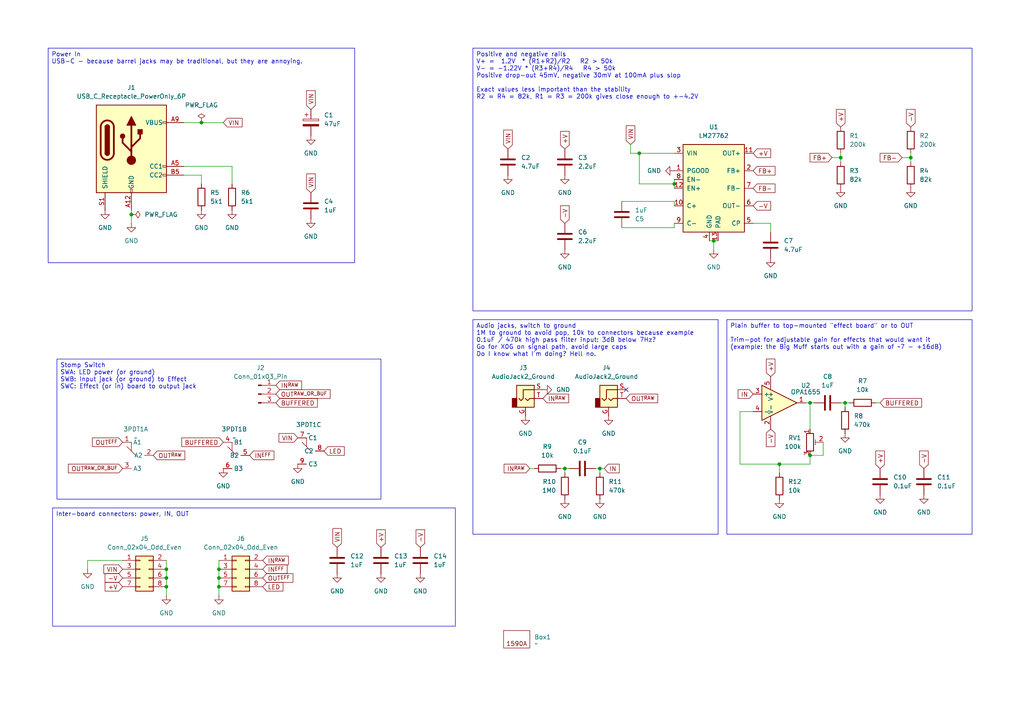
<source format=kicad_sch>
(kicad_sch (version 20231120) (generator "eeschema") (generator_version "8.0")
  (paper "A4")
  (title_block (title "Base board with USB-C in and LDO power rails") (date "2025-02-28") (rev "v1.0"))
  (lib_symbols
    (symbol "Connector:Conn_01x03_Pin" (pin_names (offset 1.016) hide)
      (property "Reference" "J" (at 0 5.08 0))
      (property "Value" "Conn_01x03_Pin" (at 0 -5.08 0))
      (symbol "Conn_01x03_Pin_1_1"
        (polyline (pts (xy 1.27 -2.54) (xy 0.8636 -2.54)) (stroke (width 0.1524)))
        (polyline (pts (xy 1.27 0) (xy 0.8636 0)) (stroke (width 0.1524)))
        (polyline (pts (xy 1.27 2.54) (xy 0.8636 2.54)) (stroke (width 0.1524)))
        (rectangle (start 0.8636 -2.413) (end 0 -2.667) (stroke (width 0.1524)) (fill (type outline)))
        (rectangle (start 0.8636 0.127) (end 0 -0.127) (stroke (width 0.1524)) (fill (type outline)))
        (rectangle (start 0.8636 2.667) (end 0 2.413) (stroke (width 0.1524)) (fill (type outline)))
        (pin passive line (at 5.08 2.54 180) (length 3.81) (name "Pin_1") (number "1"))
        (pin passive line (at 5.08 0 180) (length 3.81) (name "Pin_2") (number "2"))
        (pin passive line (at 5.08 -2.54 180) (length 3.81) (name "Pin_3") (number "3"))
      )
    )
    (symbol "Connector:USB_C_Receptacle_PowerOnly_6P" (pin_names (offset 1.016))
      (property "Reference" "J" (at 0 16.51 0))
      (property "Value" "USB_C_Receptacle_PowerOnly_6P" (at 0 13.97 0))
      (symbol "USB_C_Receptacle_PowerOnly_6P_0_0"
        (rectangle (start -0.254 -12.7) (end 0.254 -11.684))
        (rectangle (start 10.16 -7.366) (end 9.144 -7.874))
        (rectangle (start 10.16 -4.826) (end 9.144 -5.334))
        (rectangle (start 10.16 7.874) (end 9.144 7.366))
      )
      (symbol "USB_C_Receptacle_PowerOnly_6P_0_1"
        (rectangle (start -10.16 12.7) (end 10.16 -12.7) (stroke (width 0.254)) (fill (type background)))
        (arc (start -8.89 -1.27) (mid -6.985 -3.1667) (end -5.08 -1.27) (stroke (width 0.508)))
        (arc (start -7.62 -1.27) (mid -6.985 -1.9023) (end -6.35 -1.27) (stroke (width 0.254)))
        (arc (start -7.62 -1.27) (mid -6.985 -1.9023) (end -6.35 -1.27) (stroke (width 0.254)) (fill (type outline)))
        (rectangle (start -7.62 -1.27) (end -6.35 6.35) (stroke (width 0.254)) (fill (type outline)))
        (arc (start -6.35 6.35) (mid -6.985 6.9823) (end -7.62 6.35) (stroke (width 0.254)))
        (arc (start -6.35 6.35) (mid -6.985 6.9823) (end -7.62 6.35) (stroke (width 0.254)) (fill (type outline)))
        (arc (start -5.08 6.35) (mid -6.985 8.2467) (end -8.89 6.35) (stroke (width 0.508)))
        (circle (center -2.54 3.683) (radius 0.635) (stroke (width 0.254)) (fill (type outline)))
        (circle (center 0 -3.302) (radius 1.27) (fill (type outline)))
        (polyline (pts (xy -8.89 -1.27) (xy -8.89 6.35)) (stroke (width 0.508)))
        (polyline (pts (xy -5.08 6.35) (xy -5.08 -1.27)) (stroke (width 0.508)))
        (polyline (pts (xy 0 -3.302) (xy 0 6.858)) (stroke (width 0.508)))
        (polyline (pts (xy 0 -0.762) (xy -2.54 1.778) (xy -2.54 3.048)) (stroke (width 0.508)))
        (polyline (pts (xy 0 0.508) (xy 2.54 3.048) (xy 2.54 4.318)) (stroke (width 0.508)))
        (polyline (pts (xy -1.27 6.858) (xy 0 9.398) (xy 1.27 6.858) (xy -1.27 6.858)) (stroke (width 0.254)) (fill (type outline)))
        (rectangle (start 1.905 4.318) (end 3.175 5.588) (stroke (width 0.254)) (fill (type outline)))
      )
      (symbol "USB_C_Receptacle_PowerOnly_6P_1_1"
        (pin passive line (at 0 -17.78 90) (length 5.08) (name "GND") (number "A12"))
        (pin bidirectional line (at 15.24 -5.08 180) (length 5.08) (name "CC1") (number "A5"))
        (pin passive line (at 15.24 7.62 180) (length 5.08) (name "VBUS") (number "A9"))
        (pin passive line (at 0 -17.78 90) (length 5.08) hide (name "GND") (number "B12"))
        (pin bidirectional line (at 15.24 -7.62 180) (length 5.08) (name "CC2") (number "B5"))
        (pin passive line (at 15.24 7.62 180) (length 5.08) hide (name "VBUS") (number "B9"))
        (pin passive line (at -7.62 -17.78 90) (length 5.08) (name "SHIELD") (number "S1"))
      )
    )
    (symbol "Connector_Audio:AudioJack2_Ground"
      (property "Reference" "J" (at 0 8.89 0))
      (property "Value" "AudioJack2_Ground" (at 0 6.35 0))
      (symbol "AudioJack2_Ground_0_1"
        (rectangle (start -2.54 -2.54) (end -3.81 0) (stroke (width 0.254)) (fill (type outline)))
        (polyline (pts (xy 0 0) (xy 0.635 -0.635) (xy 1.27 0) (xy 2.54 0)) (stroke (width 0.254)))
        (polyline (pts (xy 2.54 2.54) (xy -0.635 2.54) (xy -0.635 0) (xy -1.27 -0.635) (xy -1.905 0)) (stroke (width 0.254)))
        (rectangle (start 2.54 3.81) (end -2.54 -2.54) (stroke (width 0.254)) (fill (type background)))
      )
      (symbol "AudioJack2_Ground_1_1"
        (pin passive line (at 0 -5.08 90) (length 2.54) (name "~") (number "G"))
        (pin passive line (at 5.08 2.54 180) (length 2.54) (name "~") (number "S"))
        (pin passive line (at 5.08 0 180) (length 2.54) (name "~") (number "T"))
      )
    )
    (symbol "Connector_Generic:Conn_02x04_Odd_Even" (pin_names (offset 1.016) hide)
      (property "Reference" "J" (at 1.27 5.08 0))
      (property "Value" "Conn_02x04_Odd_Even" (at 1.27 -7.62 0))
      (symbol "Conn_02x04_Odd_Even_1_1"
        (rectangle (start -1.27 -4.953) (end 0 -5.207) (stroke (width 0.1524)))
        (rectangle (start -1.27 -2.413) (end 0 -2.667) (stroke (width 0.1524)))
        (rectangle (start -1.27 0.127) (end 0 -0.127) (stroke (width 0.1524)))
        (rectangle (start -1.27 2.667) (end 0 2.413) (stroke (width 0.1524)))
        (rectangle (start -1.27 3.81) (end 3.81 -6.35) (stroke (width 0.254)) (fill (type background)))
        (rectangle (start 3.81 -4.953) (end 2.54 -5.207) (stroke (width 0.1524)))
        (rectangle (start 3.81 -2.413) (end 2.54 -2.667) (stroke (width 0.1524)))
        (rectangle (start 3.81 0.127) (end 2.54 -0.127) (stroke (width 0.1524)))
        (rectangle (start 3.81 2.667) (end 2.54 2.413) (stroke (width 0.1524)))
        (pin passive line (at -5.08 2.54 0) (length 3.81) (name "Pin_1") (number "1"))
        (pin passive line (at 7.62 2.54 180) (length 3.81) (name "Pin_2") (number "2"))
        (pin passive line (at -5.08 0 0) (length 3.81) (name "Pin_3") (number "3"))
        (pin passive line (at 7.62 0 180) (length 3.81) (name "Pin_4") (number "4"))
        (pin passive line (at -5.08 -2.54 0) (length 3.81) (name "Pin_5") (number "5"))
        (pin passive line (at 7.62 -2.54 180) (length 3.81) (name "Pin_6") (number "6"))
        (pin passive line (at -5.08 -5.08 0) (length 3.81) (name "Pin_7") (number "7"))
        (pin passive line (at 7.62 -5.08 180) (length 3.81) (name "Pin_8") (number "8"))
      )
    )
    (symbol "Device:C" (pin_numbers hide) (pin_names (offset 0.254))
      (property "Reference" "C" (at 0.635 2.54 0))
      (property "Value" "C" (at 0.635 -2.54 0))
      (symbol "C_0_1"
        (polyline (pts (xy -2.032 -0.762) (xy 2.032 -0.762)) (stroke (width 0.508)))
        (polyline (pts (xy -2.032 0.762) (xy 2.032 0.762)) (stroke (width 0.508)))
      )
      (symbol "C_1_1"
        (pin passive line (at 0 3.81 270) (length 2.794) (name "~") (number "1"))
        (pin passive line (at 0 -3.81 90) (length 2.794) (name "~") (number "2"))
      )
    )
    (symbol "Device:C_Polarized" (pin_numbers hide) (pin_names (offset 0.254))
      (property "Reference" "C" (at 0.635 2.54 0))
      (property "Value" "C_Polarized" (at 0.635 -2.54 0))
      (symbol "C_Polarized_0_1"
        (rectangle (start -2.286 0.508) (end 2.286 1.016))
        (polyline (pts (xy -1.778 2.286) (xy -0.762 2.286)))
        (polyline (pts (xy -1.27 2.794) (xy -1.27 1.778)))
        (rectangle (start 2.286 -0.508) (end -2.286 -1.016) (fill (type outline)))
      )
      (symbol "C_Polarized_1_1"
        (pin passive line (at 0 3.81 270) (length 2.794) (name "~") (number "1"))
        (pin passive line (at 0 -3.81 90) (length 2.794) (name "~") (number "2"))
      )
    )
    (symbol "Device:R" (pin_numbers hide) (pin_names (offset 0))
      (property "Reference" "R" (at 2.032 0 90))
      (property "Value" "R" (at 0 0 90))
      (symbol "R_0_1"
        (rectangle (start -1.016 -2.54) (end 1.016 2.54) (stroke (width 0.254)))
      )
      (symbol "R_1_1"
        (pin passive line (at 0 3.81 270) (length 1.27) (name "~") (number "1"))
        (pin passive line (at 0 -3.81 90) (length 1.27) (name "~") (number "2"))
      )
    )
    (symbol "Device:R_Potentiometer_Trim" (pin_names (offset 1.016) hide)
      (property "Reference" "RV" (at -4.445 0 90))
      (property "Value" "R_Potentiometer_Trim" (at -2.54 0 90))
      (symbol "R_Potentiometer_Trim_0_1"
        (polyline (pts (xy 1.524 0.762) (xy 1.524 -0.762)))
        (polyline (pts (xy 2.54 0) (xy 1.524 0)))
        (rectangle (start 1.016 2.54) (end -1.016 -2.54) (stroke (width 0.254)))
      )
      (symbol "R_Potentiometer_Trim_1_1"
        (pin passive line (at 0 3.81 270) (length 1.27) (name "1") (number "1"))
        (pin passive line (at 3.81 0 180) (length 1.27) (name "2") (number "2"))
        (pin passive line (at 0 -3.81 90) (length 1.27) (name "3") (number "3"))
      )
    )
    (symbol "Mylib:3PDT"
      (property "Reference" "3PDT" (at 0 0 0))
      (symbol "3PDT_0_1"
        (polyline (pts (xy 0 -3.81) (xy 0 -6.35)))
        (polyline (pts (xy 1.27 -7.62) (xy -1.27 -5.08)))
      )
      (symbol "3PDT_1_1"
        (pin passive line (at -2.54 -3.81 0) (length 2.54) (name "A1") (number "1"))
        (pin passive line (at 6.35 -7.62 180) (length 2.54) (name "A2") (number "2"))
        (pin passive line (at -2.54 -11.43 0) (length 2.54) (name "A3") (number "3"))
      )
      (symbol "3PDT_2_1"
        (pin passive line (at -2.54 -3.81 0) (length 2.54) (name "B1") (number "4"))
        (pin passive line (at 5.08 -7.62 180) (length 2.54) (name "B2") (number "5"))
        (pin passive line (at -2.54 -11.43 0) (length 2.54) (name "B3") (number "6"))
      )
      (symbol "3PDT_3_1"
        (pin passive line (at -2.54 -3.81 0) (length 2.54) (name "C1") (number "7"))
        (pin passive line (at 5.08 -7.62 180) (length 2.54) (name "C2") (number "8"))
        (pin passive line (at -2.54 -11.43 0) (length 2.54) (name "C3") (number "9"))
      )
    )
    (symbol "Mylib:Enclosure_1590A"
      (property "Reference" "Box" (at 0 0 0))
      (symbol "Enclosure_1590A_0_1"
        (rectangle (start -3.81 1.27) (end 3.81 -3.81))
      )
      (symbol "Enclosure_1590A_1_1"
        (text "1590A" (at 0 -2.54 0) (effects (font (size 1.27 1.27))))
      )
    )
    (symbol "Mylib:OPA1655DVB"
      (property "Reference" "U" (at -6.35 6.35 0))
      (symbol "OPA1655DVB_0_1"
        (polyline (pts (xy 0 5.08) (xy 10.16 0) (xy 0 -5.08) (xy 0 5.08)) (stroke (width 0.254)) (fill (type background)))
        (pin power_in line (at 2.54 -7.62 90) (length 3.81) (name "V-") (number "2"))
        (pin power_in line (at 2.54 7.62 270) (length 3.81) (name "V+") (number "5"))
      )
      (symbol "OPA1655DVB_1_1"
        (pin output line (at 12.7 0 180) (length 2.54) (name "~") (number "1"))
        (pin input line (at -2.54 2.54 0) (length 2.54) (name "+") (number "3"))
        (pin input line (at -2.54 -2.54 0) (length 2.54) (name "-") (number "4"))
      )
    )
    (symbol "Regulator_SwitchedCapacitor:LM27762" (pin_names (offset 1.016))
      (property "Reference" "U" (at -6.604 8.89 0))
      (property "Value" "LM27762" (at 6.096 8.89 0))
      (symbol "LM27762_0_1"
        (rectangle (start -7.62 7.62) (end 10.16 -17.78) (stroke (width 0.254)) (fill (type background)))
      )
      (symbol "LM27762_1_1"
        (pin open_collector line (at -10.16 0 0) (length 2.54) (name "PGOOD") (number "1"))
        (pin passive line (at -10.16 -10.16 0) (length 2.54) (name "C+") (number "10"))
        (pin power_out line (at 12.7 5.08 180) (length 2.54) (name "OUT+") (number "11"))
        (pin input line (at -10.16 -5.08 0) (length 2.54) (name "EN+") (number "12"))
        (pin power_in line (at 2.54 -20.32 90) (length 2.54) (name "PAD") (number "13"))
        (pin input line (at 12.7 0 180) (length 2.54) (name "FB+") (number "2"))
        (pin power_in line (at -10.16 5.08 0) (length 2.54) (name "VIN") (number "3"))
        (pin power_in line (at 0 -20.32 90) (length 2.54) (name "GND") (number "4"))
        (pin passive line (at 12.7 -15.24 180) (length 2.54) (name "CP") (number "5"))
        (pin power_out line (at 12.7 -10.16 180) (length 2.54) (name "OUT-") (number "6"))
        (pin input line (at 12.7 -5.08 180) (length 2.54) (name "FB-") (number "7"))
        (pin input line (at -10.16 -2.54 0) (length 2.54) (name "EN-") (number "8"))
        (pin passive line (at -10.16 -15.24 0) (length 2.54) (name "C-") (number "9"))
      )
    )
    (symbol "power:GND" (power) (pin_numbers hide) (pin_names (offset 0) hide)
      (property "Value" "GND" (at 0 -3.81 0))
      (symbol "GND_0_1"
        (polyline (pts (xy 0 0) (xy 0 -1.27) (xy 1.27 -1.27) (xy 0 -2.54) (xy -1.27 -1.27) (xy 0 -1.27)))
      )
      (symbol "GND_1_1"
        (pin power_in line (at 0 0 270) (length 0) (name "~") (number "1"))
      )
    )
    (symbol "power:PWR_FLAG" (power) (pin_numbers hide) (pin_names (offset 0) hide)
      (property "Value" "PWR_FLAG" (at 0 3.81 0))
      (symbol "PWR_FLAG_0_0"
        (pin power_out line (at 0 0 90) (length 0) (name "~") (number "1"))
      )
      (symbol "PWR_FLAG_0_1"
        (polyline (pts (xy 0 0) (xy 0 1.27) (xy -1.016 1.905) (xy 0 2.54) (xy 1.016 1.905) (xy 0 1.27)))
      )
    )
  )
  (junction (at 63.5 167.64))
  (junction (at 58.42 35.56))
  (junction (at 234.95 116.84))
  (junction (at 207.01 69.85))
  (junction (at 243.84 45.72))
  (junction (at 38.1 62.23))
  (junction (at 185.42 44.45))
  (junction (at 48.26 167.64))
  (junction (at 48.26 165.1))
  (junction (at 63.5 165.1))
  (junction (at 264.16 45.72))
  (junction (at 48.26 170.18))
  (junction (at 245.11 116.84))
  (junction (at 234.95 132.08))
  (junction (at 63.5 170.18))
  (junction (at 173.99 135.89))
  (junction (at 226.06 134.62))
  (junction (at 163.83 135.89))
  (junction (at 195.58 53.34))
  (no_connect (at 181.61 113.03))
  (wire (pts (xy 234.95 116.84) (xy 234.95 124.46)))
  (wire (pts (xy 48.26 170.18) (xy 48.26 172.72)))
  (wire (pts (xy 264.16 45.72) (xy 264.16 46.99)))
  (wire (pts (xy 238.76 132.08) (xy 234.95 132.08)))
  (wire (pts (xy 207.01 69.85) (xy 207.01 72.39)))
  (wire (pts (xy 254 116.84) (xy 255.27 116.84)))
  (wire (pts (xy 35.56 162.56) (xy 25.4 162.56)))
  (wire (pts (xy 67.31 48.26) (xy 67.31 53.34)))
  (wire (pts (xy 163.83 135.89) (xy 163.83 137.16)))
  (wire (pts (xy 185.42 53.34) (xy 185.42 44.45)))
  (wire (pts (xy 173.99 135.89) (xy 175.26 135.89)))
  (wire (pts (xy 261.62 45.72) (xy 264.16 45.72)))
  (wire (pts (xy 214.63 134.62) (xy 214.63 119.38)))
  (wire (pts (xy 226.06 134.62) (xy 234.95 134.62)))
  (wire (pts (xy 63.5 162.56) (xy 63.5 165.1)))
  (wire (pts (xy 163.83 135.89) (xy 165.1 135.89)))
  (wire (pts (xy 214.63 134.62) (xy 226.06 134.62)))
  (wire (pts (xy 207.01 69.85) (xy 208.28 69.85)))
  (wire (pts (xy 233.68 116.84) (xy 234.95 116.84)))
  (wire (pts (xy 195.58 58.42) (xy 195.58 59.69)))
  (wire (pts (xy 38.1 62.23) (xy 38.1 60.96)))
  (wire (pts (xy 238.76 128.27) (xy 238.76 132.08)))
  (wire (pts (xy 63.5 165.1) (xy 63.5 167.64)))
  (wire (pts (xy 173.99 135.89) (xy 173.99 137.16)))
  (wire (pts (xy 182.88 41.91) (xy 182.88 44.45)))
  (wire (pts (xy 53.34 50.8) (xy 58.42 50.8)))
  (wire (pts (xy 243.84 45.72) (xy 243.84 46.99)))
  (wire (pts (xy 58.42 50.8) (xy 58.42 53.34)))
  (wire (pts (xy 48.26 167.64) (xy 48.26 170.18)))
  (wire (pts (xy 58.42 35.56) (xy 53.34 35.56)))
  (wire (pts (xy 153.67 135.89) (xy 154.94 135.89)))
  (wire (pts (xy 218.44 64.77) (xy 223.52 64.77)))
  (wire (pts (xy 223.52 64.77) (xy 223.52 67.31)))
  (wire (pts (xy 195.58 66.04) (xy 195.58 64.77)))
  (wire (pts (xy 234.95 132.08) (xy 234.95 134.62)))
  (wire (pts (xy 195.58 53.34) (xy 195.58 54.61)))
  (wire (pts (xy 25.4 162.56) (xy 25.4 165.1)))
  (wire (pts (xy 234.95 116.84) (xy 236.22 116.84)))
  (wire (pts (xy 48.26 165.1) (xy 48.26 167.64)))
  (wire (pts (xy 53.34 48.26) (xy 67.31 48.26)))
  (wire (pts (xy 182.88 44.45) (xy 185.42 44.45)))
  (wire (pts (xy 185.42 53.34) (xy 195.58 53.34)))
  (wire (pts (xy 38.1 64.77) (xy 38.1 62.23)))
  (wire (pts (xy 63.5 170.18) (xy 63.5 172.72)))
  (wire (pts (xy 180.34 66.04) (xy 195.58 66.04)))
  (wire (pts (xy 245.11 116.84) (xy 246.38 116.84)))
  (wire (pts (xy 180.34 58.42) (xy 195.58 58.42)))
  (wire (pts (xy 241.3 45.72) (xy 243.84 45.72)))
  (wire (pts (xy 185.42 44.45) (xy 195.58 44.45)))
  (wire (pts (xy 214.63 119.38) (xy 218.44 119.38)))
  (wire (pts (xy 172.72 135.89) (xy 173.99 135.89)))
  (wire (pts (xy 243.84 116.84) (xy 245.11 116.84)))
  (wire (pts (xy 245.11 116.84) (xy 245.11 118.11)))
  (wire (pts (xy 205.74 69.85) (xy 207.01 69.85)))
  (wire (pts (xy 264.16 44.45) (xy 264.16 45.72)))
  (wire (pts (xy 195.58 52.07) (xy 195.58 53.34)))
  (wire (pts (xy 63.5 167.64) (xy 63.5 170.18)))
  (wire (pts (xy 226.06 134.62) (xy 226.06 137.16)))
  (wire (pts (xy 243.84 44.45) (xy 243.84 45.72)))
  (wire (pts (xy 64.77 35.56) (xy 58.42 35.56)))
  (wire (pts (xy 48.26 162.56) (xy 48.26 165.1)))
  (wire (pts (xy 162.56 135.89) (xy 163.83 135.89)))
  (text_box "Audio jacks, switch to ground\n1M to ground to avoid pop, 10k to connectors because example\n0.1uF / 470k high pass filter input: 3dB below 7Hz?\nGo for X0G on signal path, avoid large caps\nDo I know what I'm doing? Hell no." (at 137.16 92.71 0) (size 71.12 62.23) (effects (font (size 1.27 1.27)) (justify left top)))
  (text_box "Positive and negative rails\nV+ =  1.2V  * (R1+R2)/R2   R2 > 50k\nV- = -1.22V * (R3+R4)/R4   R4 > 50k\nPositive drop-out 45mV, negative 30mV at 100mA plus slop\n\nExact values less important than the stability\nR2 = R4 = 82k, R1 = R3 = 200k gives close enough to +-4.2V" (at 137.16 13.97 0) (size 144.78 76.2) (effects (font (size 1.27 1.27)) (justify left top)))
  (text_box "Plain buffer to top-mounted \"effect board\" or to OUT\n\nTrim-pot for adjustable gain for effects that would want it\n(example: the Big Muff starts out with a gain of ~7 - +16dB)" (at 210.82 92.71 0) (size 71.12 62.23) (effects (font (size 1.27 1.27)) (justify left top)))
  (text_box "Inter-board connectors: power, IN, OUT" (at 15.24 147.32 0) (size 116.84 34.29) (effects (font (size 1.27 1.27)) (justify left top)))
  (text_box "Power In\nUSB-C - because barrel jacks may be traditional, but they are annoying." (at 13.97 13.97 0) (size 88.9 62.23) (effects (font (size 1.27 1.27)) (justify left top)))
  (text_box "Stomp Switch\nSWA: LED power (or ground)\nSWB: Input jack (or ground) to Effect\nSWC: Effect (or in) board to output jack" (at 16.51 104.14 0) (size 93.98 40.64) (effects (font (size 1.27 1.27)) (justify left top)))
  (global_label "-V" (shape input) (at 121.92 158.75 90) (property "Intersheetrefs" "${INTERSHEET_REFS}" (effects (hide yes))))
  (global_label "IN^{EFF}" (shape input) (at 72.39 132.08 0) (property "Intersheetrefs" "${INTERSHEET_REFS}" (effects (hide yes))))
  (global_label "IN^{RAW}" (shape input) (at 76.2 162.56 0) (property "Intersheetrefs" "${INTERSHEET_REFS}" (effects (hide yes))))
  (global_label "LED" (shape input) (at 93.98 130.81 0) (property "Intersheetrefs" "${INTERSHEET_REFS}" (effects (hide yes))))
  (global_label "BUFFERED" (shape input) (at 80.01 116.84 0) (property "Intersheetrefs" "${INTERSHEET_REFS}" (effects (hide yes))))
  (global_label "BUFFERED" (shape input) (at 64.77 128.27 180) (property "Intersheetrefs" "${INTERSHEET_REFS}" (effects (hide yes))))
  (global_label "FB+" (shape input) (at 241.3 45.72 180) (property "Intersheetrefs" "${INTERSHEET_REFS}" (effects (hide yes))))
  (global_label "-V" (shape input) (at 218.44 59.69 0) (property "Intersheetrefs" "${INTERSHEET_REFS}" (effects (hide yes))))
  (global_label "IN" (shape input) (at 175.26 135.89 0) (property "Intersheetrefs" "${INTERSHEET_REFS}" (effects (hide yes))))
  (global_label "VIN" (shape input) (at 64.77 35.56 0) (property "Intersheetrefs" "${INTERSHEET_REFS}" (effects (hide yes))))
  (global_label "VIN" (shape input) (at 86.36 127 180) (property "Intersheetrefs" "${INTERSHEET_REFS}" (effects (hide yes))))
  (global_label "OUT^{RAW}" (shape input) (at 181.61 115.57 0) (property "Intersheetrefs" "${INTERSHEET_REFS}" (effects (hide yes))))
  (global_label "VIN" (shape input) (at 90.17 55.88 90) (property "Intersheetrefs" "${INTERSHEET_REFS}" (effects (hide yes))))
  (global_label "VIN" (shape input) (at 97.79 158.75 90) (property "Intersheetrefs" "${INTERSHEET_REFS}" (effects (hide yes))))
  (global_label "VIN" (shape input) (at 147.32 43.18 90) (property "Intersheetrefs" "${INTERSHEET_REFS}" (effects (hide yes))))
  (global_label "-V" (shape input) (at 223.52 124.46 270) (property "Intersheetrefs" "${INTERSHEET_REFS}" (effects (hide yes))))
  (global_label "VIN" (shape input) (at 182.88 41.91 90) (property "Intersheetrefs" "${INTERSHEET_REFS}" (effects (hide yes))))
  (global_label "FB+" (shape input) (at 218.44 49.53 0) (property "Intersheetrefs" "${INTERSHEET_REFS}" (effects (hide yes))))
  (global_label "+V" (shape input) (at 110.49 158.75 90) (property "Intersheetrefs" "${INTERSHEET_REFS}" (effects (hide yes))))
  (global_label "IN^{RAW}" (shape input) (at 157.48 115.57 0) (property "Intersheetrefs" "${INTERSHEET_REFS}" (effects (hide yes))))
  (global_label "+V" (shape input) (at 255.27 135.89 90) (property "Intersheetrefs" "${INTERSHEET_REFS}" (effects (hide yes))))
  (global_label "IN^{RAW}" (shape input) (at 80.01 111.76 0) (property "Intersheetrefs" "${INTERSHEET_REFS}" (effects (hide yes))))
  (global_label "+V" (shape input) (at 163.83 43.18 90) (property "Intersheetrefs" "${INTERSHEET_REFS}" (effects (hide yes))))
  (global_label "IN^{RAW}" (shape input) (at 153.67 135.89 180) (property "Intersheetrefs" "${INTERSHEET_REFS}" (effects (hide yes))))
  (global_label "OUT^{RAW_OR_BUF}" (shape input) (at 80.01 114.3 0) (property "Intersheetrefs" "${INTERSHEET_REFS}" (effects (hide yes))))
  (global_label "LED" (shape input) (at 76.2 170.18 0) (property "Intersheetrefs" "${INTERSHEET_REFS}" (effects (hide yes))))
  (global_label "IN" (shape input) (at 218.44 114.3 180) (property "Intersheetrefs" "${INTERSHEET_REFS}" (effects (hide yes))))
  (global_label "-V" (shape input) (at 267.97 135.89 90) (property "Intersheetrefs" "${INTERSHEET_REFS}" (effects (hide yes))))
  (global_label "-V" (shape input) (at 35.56 167.64 180) (property "Intersheetrefs" "${INTERSHEET_REFS}" (effects (hide yes))))
  (global_label "BUFFERED" (shape input) (at 255.27 116.84 0) (property "Intersheetrefs" "${INTERSHEET_REFS}" (effects (hide yes))))
  (global_label "FB-" (shape input) (at 218.44 54.61 0) (property "Intersheetrefs" "${INTERSHEET_REFS}" (effects (hide yes))))
  (global_label "-V" (shape input) (at 163.83 64.77 90) (property "Intersheetrefs" "${INTERSHEET_REFS}" (effects (hide yes))))
  (global_label "+V" (shape input) (at 223.52 109.22 90) (property "Intersheetrefs" "${INTERSHEET_REFS}" (effects (hide yes))))
  (global_label "+V" (shape input) (at 35.56 170.18 180) (property "Intersheetrefs" "${INTERSHEET_REFS}" (effects (hide yes))))
  (global_label "OUT^{EFF}" (shape input) (at 76.2 167.64 0) (property "Intersheetrefs" "${INTERSHEET_REFS}" (effects (hide yes))))
  (global_label "FB-" (shape input) (at 261.62 45.72 180) (property "Intersheetrefs" "${INTERSHEET_REFS}" (effects (hide yes))))
  (global_label "IN^{EFF}" (shape input) (at 76.2 165.1 0) (property "Intersheetrefs" "${INTERSHEET_REFS}" (effects (hide yes))))
  (global_label "-V" (shape input) (at 264.16 36.83 90) (property "Intersheetrefs" "${INTERSHEET_REFS}" (effects (hide yes))))
  (global_label "OUT^{RAW_OR_BUF}" (shape input) (at 35.56 135.89 180) (property "Intersheetrefs" "${INTERSHEET_REFS}" (effects (hide yes))))
  (global_label "OUT^{RAW}" (shape input) (at 44.45 132.08 0) (property "Intersheetrefs" "${INTERSHEET_REFS}" (effects (hide yes))))
  (global_label "+V" (shape input) (at 243.84 36.83 90) (property "Intersheetrefs" "${INTERSHEET_REFS}" (effects (hide yes))))
  (global_label "VIN" (shape input) (at 90.17 31.75 90) (property "Intersheetrefs" "${INTERSHEET_REFS}" (effects (hide yes))))
  (global_label "VIN" (shape input) (at 35.56 165.1 180) (property "Intersheetrefs" "${INTERSHEET_REFS}" (effects (hide yes))))
  (global_label "+V" (shape input) (at 218.44 44.45 0) (property "Intersheetrefs" "${INTERSHEET_REFS}" (effects (hide yes))))
  (global_label "OUT^{EFF}" (shape input) (at 35.56 128.27 180) (property "Intersheetrefs" "${INTERSHEET_REFS}" (effects (hide yes))))
  (symbol (lib_id "power:GND") (at 163.83 72.39 0) (unit 1)
    (property "Reference" "#PWR12" (effects (hide yes)))
    (property "Value" "GND" (at 163.83 77.47 0))
    (property "Description" "Power symbol creates a global label with name \"GND\" , ground" (effects (hide yes)))
  )
  (symbol (lib_id "Device:C") (at 110.49 162.56 0) (unit 1)
    (property "Reference" "C13" (at 114.3 161.2899 0) (effects (justify left)))
    (property "Value" "1uF" (at 114.3 163.8299 0) (effects (justify left)))
    (property "Footprint" "Capacitor_SMD:C_1206_3216Metric_Pad1.33x1.80mm_HandSolder" (effects (hide yes)))
    (property "Description" "Unpolarized capacitor" (effects (hide yes)))
  )
  (symbol (lib_id "Connector_Audio:AudioJack2_Ground") (at 152.4 115.57 0) (unit 1)
    (property "Reference" "J3" (at 151.765 106.68 0))
    (property "Value" "AudioJack2_Ground" (at 151.765 109.22 0))
    (property "Footprint" "Mylib:CK-6.35" (effects (hide yes)))
    (property "Description" "Audio Jack, 2 Poles (Mono / TS), Grounded Sleeve" (effects (hide yes)))
  )
  (symbol (lib_id "power:GND") (at 157.48 113.03 90) (unit 1)
    (property "Reference" "#PWR15" (effects (hide yes)))
    (property "Value" "GND" (at 161.29 113.0299 90) (effects (justify right)))
    (property "Description" "Power symbol creates a global label with name \"GND\" , ground" (effects (hide yes)))
  )
  (symbol (lib_id "power:GND") (at 90.17 39.37 0) (unit 1)
    (property "Reference" "#PWR1" (effects (hide yes)))
    (property "Value" "GND" (at 90.17 44.45 0))
    (property "Description" "Power symbol creates a global label with name \"GND\" , ground" (effects (hide yes)))
  )
  (symbol (lib_id "Device:C") (at 255.27 139.7 0) (unit 1)
    (property "Reference" "C10" (at 259.08 138.4299 0) (effects (justify left)))
    (property "Value" "0.1uF" (at 259.08 140.9699 0) (effects (justify left)))
    (property "Footprint" "Mylib:C_0704_1810Metric" (effects (hide yes)))
    (property "Description" "Unpolarized capacitor" (effects (hide yes)))
  )
  (symbol (lib_id "power:GND") (at 97.79 166.37 0) (unit 1)
    (property "Reference" "#PWR28" (effects (hide yes)))
    (property "Value" "GND" (at 97.79 171.45 0))
    (property "Description" "Power symbol creates a global label with name \"GND\" , ground" (effects (hide yes)))
  )
  (symbol (lib_id "Device:C") (at 240.03 116.84 90) (unit 1)
    (property "Reference" "C8" (at 240.03 109.22 90))
    (property "Value" "1uF" (at 240.03 111.76 90))
    (property "Footprint" "Capacitor_SMD:C_1206_3216Metric_Pad1.33x1.80mm_HandSolder" (effects (hide yes)))
    (property "Description" "Unpolarized capacitor" (effects (hide yes)))
  )
  (symbol (lib_id "power:GND") (at 25.4 165.1 0) (unit 1)
    (property "Reference" "#PWR25" (effects (hide yes)))
    (property "Value" "GND" (at 25.4 170.18 0))
    (property "Description" "Power symbol creates a global label with name \"GND\" , ground" (effects (hide yes)))
  )
  (symbol (lib_id "Device:C_Polarized") (at 90.17 35.56 0) (unit 1)
    (property "Reference" "C1" (at 93.98 33.4009 0) (effects (justify left)))
    (property "Value" "47uF" (at 93.98 35.9409 0) (effects (justify left)))
    (property "Footprint" "Capacitor_THT:CP_Radial_D5.0mm_P2.00mm" (effects (hide yes)))
    (property "Description" "Polarized capacitor" (effects (hide yes)))
  )
  (symbol (lib_id "Device:C") (at 163.83 68.58 0) (unit 1)
    (property "Reference" "C6" (at 167.64 67.3099 0) (effects (justify left)))
    (property "Value" "2.2uF" (at 167.64 69.8499 0) (effects (justify left)))
    (property "Footprint" "Capacitor_SMD:C_1206_3216Metric_Pad1.33x1.80mm_HandSolder" (effects (hide yes)))
    (property "Description" "Unpolarized capacitor" (effects (hide yes)))
  )
  (symbol (lib_id "Connector:Conn_01x03_Pin") (at 74.93 114.3 0) (unit 1)
    (property "Reference" "J2" (at 75.565 106.68 0))
    (property "Value" "Conn_01x03_Pin" (at 75.565 109.22 0))
    (property "Footprint" "Connector_PinHeader_2.54mm:PinHeader_1x03_P2.54mm_Vertical" (effects (hide yes)))
    (property "Description" "Generic connector, single row, 01x03, script generated" (effects (hide yes)))
  )
  (symbol (lib_id "power:GND") (at 48.26 172.72 0) (unit 1)
    (property "Reference" "#PWR26" (effects (hide yes)))
    (property "Value" "GND" (at 48.26 177.8 0))
    (property "Description" "Power symbol creates a global label with name \"GND\" , ground" (effects (hide yes)))
  )
  (symbol (lib_id "Device:C") (at 90.17 59.69 0) (unit 1)
    (property "Reference" "C4" (at 93.98 58.4199 0) (effects (justify left)))
    (property "Value" "1uF" (at 93.98 60.9599 0) (effects (justify left)))
    (property "Footprint" "Capacitor_SMD:C_1206_3216Metric_Pad1.33x1.80mm_HandSolder" (effects (hide yes)))
    (property "Description" "Unpolarized capacitor" (effects (hide yes)))
  )
  (symbol (lib_id "power:GND") (at 38.1 64.77 0) (unit 1)
    (property "Reference" "#PWR11" (effects (hide yes)))
    (property "Value" "GND" (at 38.1 69.85 0))
    (property "Description" "Power symbol creates a global label with name \"GND\" , ground" (effects (hide yes)))
  )
  (symbol (lib_id "power:GND") (at 67.31 60.96 0) (unit 1)
    (property "Reference" "#PWR9" (effects (hide yes)))
    (property "Value" "GND" (at 67.31 66.04 0))
    (property "Description" "Power symbol creates a global label with name \"GND\" , ground" (effects (hide yes)))
  )
  (symbol (lib_id "Device:R") (at 245.11 121.92 0) (unit 1)
    (property "Reference" "R8" (at 247.65 120.6499 0) (effects (justify left)))
    (property "Value" "470k" (at 247.65 123.1899 0) (effects (justify left)))
    (property "Footprint" "Resistor_SMD:R_0805_2012Metric_Pad1.20x1.40mm_HandSolder" (effects (hide yes)))
    (property "Description" "Resistor" (effects (hide yes)))
  )
  (symbol (lib_id "Device:C") (at 147.32 46.99 0) (unit 1)
    (property "Reference" "C2" (at 151.13 45.7199 0) (effects (justify left)))
    (property "Value" "4.7uF" (at 151.13 48.2599 0) (effects (justify left)))
    (property "Footprint" "Capacitor_SMD:C_1206_3216Metric_Pad1.33x1.80mm_HandSolder" (effects (hide yes)))
    (property "Description" "Unpolarized capacitor" (effects (hide yes)))
  )
  (symbol (lib_id "power:GND") (at 264.16 54.61 0) (unit 1)
    (property "Reference" "#PWR6" (effects (hide yes)))
    (property "Value" "GND" (at 264.16 59.69 0))
    (property "Description" "Power symbol creates a global label with name \"GND\" , ground" (effects (hide yes)))
  )
  (symbol (lib_id "power:GND") (at 255.27 143.51 0) (unit 1)
    (property "Reference" "#PWR21" (effects (hide yes)))
    (property "Value" "GND" (at 255.27 148.59 0))
    (property "Description" "Power symbol creates a global label with name \"GND\" , ground" (effects (hide yes)))
  )
  (symbol (lib_id "Mylib:OPA1655DVB") (at 220.98 116.84 0) (unit 1)
    (property "Reference" "U2" (at 233.68 111.7914 0))
    (property "Value" "OPA1655" (at 233.68 113.6965 0))
    (property "Footprint" "Package_TO_SOT_SMD:SOT-23-5_HandSoldering" (effects (hide yes)))
    (property "Datasheet" "https://www.ti.com/lit/ds/symlink/opa1655.pdf" (effects (hide yes)))
    (property "Description" "Ultra-Low-Noise, Low-Distortion, FET-Input Audio Operational Amplifier" (effects (hide yes)))
  )
  (symbol (lib_id "Device:R") (at 158.75 135.89 90) (unit 1)
    (property "Reference" "R9" (at 158.75 129.54 90))
    (property "Value" "10k" (at 158.75 132.08 90))
    (property "Footprint" "Resistor_SMD:R_0805_2012Metric_Pad1.20x1.40mm_HandSolder" (effects (hide yes)))
    (property "Description" "Resistor" (effects (hide yes)))
  )
  (symbol (lib_id "Device:C") (at 168.91 135.89 90) (unit 1)
    (property "Reference" "C9" (at 168.91 128.27 90))
    (property "Value" "0.1uF" (at 168.91 130.81 90))
    (property "Footprint" "Mylib:C_0704_1810Metric" (effects (hide yes)))
    (property "Description" "Unpolarized capacitor" (effects (hide yes)))
  )
  (symbol (lib_id "power:GND") (at 207.01 72.39 0) (unit 1)
    (property "Reference" "#PWR13" (effects (hide yes)))
    (property "Value" "GND" (at 207.01 77.47 0))
    (property "Description" "Power symbol creates a global label with name \"GND\" , ground" (effects (hide yes)))
  )
  (symbol (lib_id "power:GND") (at 223.52 74.93 0) (unit 1)
    (property "Reference" "#PWR14" (effects (hide yes)))
    (property "Value" "GND" (at 223.52 80.01 0))
    (property "Description" "Power symbol creates a global label with name \"GND\" , ground" (effects (hide yes)))
  )
  (symbol (lib_id "power:GND") (at 226.06 144.78 0) (unit 1)
    (property "Reference" "#PWR32" (effects (hide yes)))
    (property "Value" "GND" (at 226.06 149.86 0))
    (property "Description" "Power symbol creates a global label with name \"GND\" , ground" (effects (hide yes)))
  )
  (symbol (lib_id "power:PWR_FLAG") (at 38.1 62.23 270) (unit 1)
    (property "Reference" "#FLG2" (effects (hide yes)))
    (property "Value" "PWR_FLAG" (at 41.91 62.2299 90) (effects (justify left)))
    (property "Description" "Special symbol for telling ERC where power comes from" (effects (hide yes)))
  )
  (symbol (lib_id "Device:C") (at 163.83 46.99 0) (unit 1)
    (property "Reference" "C3" (at 167.64 45.7199 0) (effects (justify left)))
    (property "Value" "2.2uF" (at 167.64 48.2599 0) (effects (justify left)))
    (property "Footprint" "Capacitor_SMD:C_1206_3216Metric_Pad1.33x1.80mm_HandSolder" (effects (hide yes)))
    (property "Description" "Unpolarized capacitor" (effects (hide yes)))
  )
  (symbol (lib_id "Mylib:3PDT") (at 67.31 124.46 0) (unit 2)
    (property "Reference" "3PDT1" (at 67.945 124.46 0))
    (property "Value" "~" (at 67.945 127 0))
    (property "Footprint" "Mylib:3PDT-Stomp-Switch" (effects (hide yes)))
  )
  (symbol (lib_id "power:GND") (at 195.58 49.53 270) (unit 1)
    (property "Reference" "#PWR2" (effects (hide yes)))
    (property "Value" "GND" (at 191.77 49.5299 90) (effects (justify right)))
    (property "Description" "Power symbol creates a global label with name \"GND\" , ground" (effects (hide yes)))
  )
  (symbol (lib_id "Device:R") (at 243.84 40.64 0) (unit 1)
    (property "Reference" "R1" (at 246.38 39.3699 0) (effects (justify left)))
    (property "Value" "200k" (at 246.38 41.9099 0) (effects (justify left)))
    (property "Footprint" "Resistor_SMD:R_0805_2012Metric_Pad1.20x1.40mm_HandSolder" (effects (hide yes)))
    (property "Description" "Resistor" (effects (hide yes)))
  )
  (symbol (lib_id "power:GND") (at 30.48 60.96 0) (unit 1)
    (property "Reference" "#PWR7" (effects (hide yes)))
    (property "Value" "GND" (at 30.48 66.04 0))
    (property "Description" "Power symbol creates a global label with name \"GND\" , ground" (effects (hide yes)))
  )
  (symbol (lib_id "power:GND") (at 163.83 144.78 0) (unit 1)
    (property "Reference" "#PWR16" (effects (hide yes)))
    (property "Value" "GND" (at 163.83 149.86 0))
    (property "Description" "Power symbol creates a global label with name \"GND\" , ground" (effects (hide yes)))
  )
  (symbol (lib_id "Device:C") (at 267.97 139.7 0) (unit 1)
    (property "Reference" "C11" (at 271.78 138.4299 0) (effects (justify left)))
    (property "Value" "0.1uF" (at 271.78 140.9699 0) (effects (justify left)))
    (property "Footprint" "Mylib:C_0704_1810Metric" (effects (hide yes)))
    (property "Description" "Unpolarized capacitor" (effects (hide yes)))
  )
  (symbol (lib_id "Connector:USB_C_Receptacle_PowerOnly_6P") (at 38.1 43.18 0) (unit 1)
    (property "Reference" "J1" (at 38.1 25.4 0))
    (property "Value" "USB_C_Receptacle_PowerOnly_6P" (at 38.1 27.94 0))
    (property "Footprint" "Connector_USB:USB_C_Receptacle_GCT_USB4125-xx-x-0190_6P_TopMnt_Horizontal" (effects (hide yes)))
    (property "Datasheet" "https://www.usb.org/sites/default/files/documents/usb_type-c.zip" (effects (hide yes)))
    (property "Description" "USB Power-Only 6P Type-C Receptacle connector" (effects (hide yes)))
  )
  (symbol (lib_id "power:GND") (at 176.53 120.65 0) (unit 1)
    (property "Reference" "#PWR17" (effects (hide yes)))
    (property "Value" "GND" (at 176.53 125.73 0))
    (property "Description" "Power symbol creates a global label with name \"GND\" , ground" (effects (hide yes)))
  )
  (symbol (lib_id "Mylib:Enclosure_1590A") (at 149.86 184.15 0) (unit 1)
    (property "Reference" "Box1" (at 154.94 184.7849 0) (effects (justify left)))
    (property "Value" "~" (at 154.94 186.69 0) (effects (justify left)))
    (property "Footprint" "Mylib:1590A" (effects (hide yes)))
  )
  (symbol (lib_id "power:GND") (at 147.32 50.8 0) (unit 1)
    (property "Reference" "#PWR3" (effects (hide yes)))
    (property "Value" "GND" (at 147.32 55.88 0))
    (property "Description" "Power symbol creates a global label with name \"GND\" , ground" (effects (hide yes)))
  )
  (symbol (lib_id "power:GND") (at 90.17 63.5 0) (unit 1)
    (property "Reference" "#PWR10" (effects (hide yes)))
    (property "Value" "GND" (at 90.17 68.58 0))
    (property "Description" "Power symbol creates a global label with name \"GND\" , ground" (effects (hide yes)))
  )
  (symbol (lib_id "Device:R") (at 163.83 140.97 0) (mirror y) (unit 1)
    (property "Reference" "R10" (at 161.29 139.6999 0) (effects (justify left)))
    (property "Value" "1M0" (at 161.29 142.2399 0) (effects (justify left)))
    (property "Footprint" "Resistor_SMD:R_0805_2012Metric_Pad1.20x1.40mm_HandSolder" (effects (hide yes)))
    (property "Description" "Resistor" (effects (hide yes)))
  )
  (symbol (lib_id "Device:R") (at 226.06 140.97 0) (unit 1)
    (property "Reference" "R12" (at 228.6 139.6999 0) (effects (justify left)))
    (property "Value" "10k" (at 228.6 142.2399 0) (effects (justify left)))
    (property "Footprint" "Resistor_SMD:R_0805_2012Metric_Pad1.20x1.40mm_HandSolder" (effects (hide yes)))
    (property "Description" "Resistor" (effects (hide yes)))
  )
  (symbol (lib_id "Connector_Generic:Conn_02x04_Odd_Even") (at 68.58 165.1 0) (unit 1)
    (property "Reference" "J6" (at 69.85 156.21 0))
    (property "Value" "Conn_02x04_Odd_Even" (at 69.85 158.75 0))
    (property "Footprint" "Connector_PinHeader_2.54mm:PinHeader_2x04_P2.54mm_Vertical" (effects (hide yes)))
    (property "Description" "Generic connector, double row, 02x04, odd/even pin numbering scheme (row 1 odd numbers, row 2 even numbers), script generated (kicad-library-utils/schlib/autogen/connector/)" (effects (hide yes)))
  )
  (symbol (lib_id "power:GND") (at 63.5 172.72 0) (mirror y) (unit 1)
    (property "Reference" "#PWR27" (effects (hide yes)))
    (property "Value" "GND" (at 63.5 177.8 0))
    (property "Description" "Power symbol creates a global label with name \"GND\" , ground" (effects (hide yes)))
  )
  (symbol (lib_id "power:GND") (at 245.11 125.73 0) (unit 1)
    (property "Reference" "#PWR18" (effects (hide yes)))
    (property "Value" "GND" (at 245.11 130.81 0))
    (property "Description" "Power symbol creates a global label with name \"GND\" , ground" (effects (hide yes)))
  )
  (symbol (lib_id "power:GND") (at 243.84 54.61 0) (unit 1)
    (property "Reference" "#PWR5" (effects (hide yes)))
    (property "Value" "GND" (at 243.84 59.69 0))
    (property "Description" "Power symbol creates a global label with name \"GND\" , ground" (effects (hide yes)))
  )
  (symbol (lib_id "Mylib:3PDT") (at 38.1 124.46 0) (unit 1)
    (property "Reference" "3PDT1" (at 39.37 124.46 0))
    (property "Value" "~" (at 39.37 127 0))
    (property "Footprint" "Mylib:3PDT-Stomp-Switch" (effects (hide yes)))
  )
  (symbol (lib_id "Device:C") (at 180.34 62.23 0) (mirror x) (unit 1)
    (property "Reference" "C5" (at 184.15 63.5001 0) (effects (justify left)))
    (property "Value" "1uF" (at 184.15 60.9601 0) (effects (justify left)))
    (property "Footprint" "Capacitor_SMD:C_1206_3216Metric_Pad1.33x1.80mm_HandSolder" (effects (hide yes)))
    (property "Description" "Unpolarized capacitor" (effects (hide yes)))
  )
  (symbol (lib_id "power:GND") (at 152.4 120.65 0) (unit 1)
    (property "Reference" "#PWR23" (effects (hide yes)))
    (property "Value" "GND" (at 152.4 125.73 0))
    (property "Description" "Power symbol creates a global label with name \"GND\" , ground" (effects (hide yes)))
  )
  (symbol (lib_id "power:GND") (at 163.83 50.8 0) (unit 1)
    (property "Reference" "#PWR4" (effects (hide yes)))
    (property "Value" "GND" (at 163.83 55.88 0))
    (property "Description" "Power symbol creates a global label with name \"GND\" , ground" (effects (hide yes)))
  )
  (symbol (lib_id "Device:R_Potentiometer_Trim") (at 234.95 128.27 0) (unit 1)
    (property "Reference" "RV1" (at 232.41 126.9999 0) (effects (justify right)))
    (property "Value" "100k" (at 232.41 129.5399 0) (effects (justify right)))
    (property "Footprint" "Mylib:Bourns_3362S" (effects (hide yes)))
    (property "Description" "Trim-potentiometer" (effects (hide yes)))
  )
  (symbol (lib_id "Device:R") (at 264.16 40.64 0) (unit 1)
    (property "Reference" "R2" (at 266.7 39.3699 0) (effects (justify left)))
    (property "Value" "200k" (at 266.7 41.9099 0) (effects (justify left)))
    (property "Footprint" "Resistor_SMD:R_0805_2012Metric_Pad1.20x1.40mm_HandSolder" (effects (hide yes)))
    (property "Description" "Resistor" (effects (hide yes)))
  )
  (symbol (lib_id "power:GND") (at 121.92 166.37 0) (unit 1)
    (property "Reference" "#PWR30" (effects (hide yes)))
    (property "Value" "GND" (at 121.92 171.45 0))
    (property "Description" "Power symbol creates a global label with name \"GND\" , ground" (effects (hide yes)))
  )
  (symbol (lib_id "Connector_Generic:Conn_02x04_Odd_Even") (at 40.64 165.1 0) (unit 1)
    (property "Reference" "J5" (at 41.91 156.21 0))
    (property "Value" "Conn_02x04_Odd_Even" (at 41.91 158.75 0))
    (property "Footprint" "Connector_PinHeader_2.54mm:PinHeader_2x04_P2.54mm_Vertical" (effects (hide yes)))
    (property "Description" "Generic connector, double row, 02x04, odd/even pin numbering scheme (row 1 odd numbers, row 2 even numbers), script generated (kicad-library-utils/schlib/autogen/connector/)" (effects (hide yes)))
  )
  (symbol (lib_id "Device:R") (at 264.16 50.8 0) (unit 1)
    (property "Reference" "R4" (at 266.7 49.5299 0) (effects (justify left)))
    (property "Value" "82k" (at 266.7 52.0699 0) (effects (justify left)))
    (property "Footprint" "Resistor_SMD:R_0805_2012Metric_Pad1.20x1.40mm_HandSolder" (effects (hide yes)))
    (property "Description" "Resistor" (effects (hide yes)))
  )
  (symbol (lib_id "power:GND") (at 267.97 143.51 0) (unit 1)
    (property "Reference" "#PWR22" (effects (hide yes)))
    (property "Value" "GND" (at 267.97 148.59 0))
    (property "Description" "Power symbol creates a global label with name \"GND\" , ground" (effects (hide yes)))
  )
  (symbol (lib_id "power:PWR_FLAG") (at 58.42 35.56 0) (unit 1)
    (property "Reference" "#FLG1" (effects (hide yes)))
    (property "Value" "PWR_FLAG" (at 58.42 30.48 0))
    (property "Description" "Special symbol for telling ERC where power comes from" (effects (hide yes)))
  )
  (symbol (lib_id "power:GND") (at 58.42 60.96 0) (unit 1)
    (property "Reference" "#PWR8" (effects (hide yes)))
    (property "Value" "GND" (at 58.42 66.04 0))
    (property "Description" "Power symbol creates a global label with name \"GND\" , ground" (effects (hide yes)))
  )
  (symbol (lib_id "Device:R") (at 58.42 57.15 0) (unit 1)
    (property "Reference" "R5" (at 60.96 55.8799 0) (effects (justify left)))
    (property "Value" "5k1" (at 60.96 58.4199 0) (effects (justify left)))
    (property "Footprint" "Resistor_SMD:R_0805_2012Metric_Pad1.20x1.40mm_HandSolder" (effects (hide yes)))
    (property "Description" "Resistor" (effects (hide yes)))
  )
  (symbol (lib_id "power:GND") (at 64.77 135.89 0) (unit 1)
    (property "Reference" "#PWR20" (effects (hide yes)))
    (property "Value" "GND" (at 64.77 140.97 0))
    (property "Description" "Power symbol creates a global label with name \"GND\" , ground" (effects (hide yes)))
  )
  (symbol (lib_id "Regulator_SwitchedCapacitor:LM27762") (at 205.74 49.53 0) (unit 1)
    (property "Reference" "U1" (at 207.01 36.83 0))
    (property "Value" "LM27762" (at 207.01 39.37 0))
    (property "Footprint" "Package_SON:WSON-12-1EP_3x2mm_P0.5mm_EP1x2.65" (effects (hide yes)))
    (property "Datasheet" "http://www.ti.com/lit/ds/symlink/lm27762.pdf" (effects (hide yes)))
    (property "Description" "Low-noise inverting charge pump with both positive and negative LDO's, with 2.7V-5.5V input to +1.5 to +5V and -1.5 to -5V Output Voltage, WSON-12" (effects (hide yes)))
  )
  (symbol (lib_id "Device:C") (at 97.79 162.56 0) (unit 1)
    (property "Reference" "C12" (at 101.6 161.2899 0) (effects (justify left)))
    (property "Value" "1uF" (at 101.6 163.8299 0) (effects (justify left)))
    (property "Footprint" "Capacitor_SMD:C_1206_3216Metric_Pad1.33x1.80mm_HandSolder" (effects (hide yes)))
    (property "Description" "Unpolarized capacitor" (effects (hide yes)))
  )
  (symbol (lib_id "Device:R") (at 250.19 116.84 90) (unit 1)
    (property "Reference" "R7" (at 250.19 110.49 90))
    (property "Value" "10k" (at 250.19 113.03 90))
    (property "Footprint" "Resistor_SMD:R_0805_2012Metric_Pad1.20x1.40mm_HandSolder" (effects (hide yes)))
    (property "Description" "Resistor" (effects (hide yes)))
  )
  (symbol (lib_id "power:GND") (at 173.99 144.78 0) (unit 1)
    (property "Reference" "#PWR24" (effects (hide yes)))
    (property "Value" "GND" (at 173.99 149.86 0))
    (property "Description" "Power symbol creates a global label with name \"GND\" , ground" (effects (hide yes)))
  )
  (symbol (lib_id "Device:R") (at 243.84 50.8 0) (unit 1)
    (property "Reference" "R3" (at 246.38 49.5299 0) (effects (justify left)))
    (property "Value" "82k" (at 246.38 52.0699 0) (effects (justify left)))
    (property "Footprint" "Resistor_SMD:R_0805_2012Metric_Pad1.20x1.40mm_HandSolder" (effects (hide yes)))
    (property "Description" "Resistor" (effects (hide yes)))
  )
  (symbol (lib_id "Device:C") (at 121.92 162.56 0) (unit 1)
    (property "Reference" "C14" (at 125.73 161.2899 0) (effects (justify left)))
    (property "Value" "1uF" (at 125.73 163.8299 0) (effects (justify left)))
    (property "Footprint" "Capacitor_SMD:C_1206_3216Metric_Pad1.33x1.80mm_HandSolder" (effects (hide yes)))
    (property "Description" "Unpolarized capacitor" (effects (hide yes)))
  )
  (symbol (lib_id "Device:R") (at 67.31 57.15 0) (unit 1)
    (property "Reference" "R6" (at 69.85 55.8799 0) (effects (justify left)))
    (property "Value" "5k1" (at 69.85 58.4199 0) (effects (justify left)))
    (property "Footprint" "Resistor_SMD:R_0805_2012Metric_Pad1.20x1.40mm_HandSolder" (effects (hide yes)))
    (property "Description" "Resistor" (effects (hide yes)))
  )
  (symbol (lib_id "power:GND") (at 110.49 166.37 0) (unit 1)
    (property "Reference" "#PWR29" (effects (hide yes)))
    (property "Value" "GND" (at 110.49 171.45 0))
    (property "Description" "Power symbol creates a global label with name \"GND\" , ground" (effects (hide yes)))
  )
  (symbol (lib_id "Device:C") (at 223.52 71.12 0) (unit 1)
    (property "Reference" "C7" (at 227.33 69.8499 0) (effects (justify left)))
    (property "Value" "4.7uF" (at 227.33 72.3899 0) (effects (justify left)))
    (property "Footprint" "Capacitor_SMD:C_1206_3216Metric_Pad1.33x1.80mm_HandSolder" (effects (hide yes)))
    (property "Description" "Unpolarized capacitor" (effects (hide yes)))
  )
  (symbol (lib_id "Connector_Audio:AudioJack2_Ground") (at 176.53 115.57 0) (unit 1)
    (property "Reference" "J4" (at 175.895 106.68 0))
    (property "Value" "AudioJack2_Ground" (at 175.895 109.22 0))
    (property "Footprint" "Mylib:CK-6.35" (effects (hide yes)))
    (property "Description" "Audio Jack, 2 Poles (Mono / TS), Grounded Sleeve" (effects (hide yes)))
  )
  (symbol (lib_id "Device:R") (at 173.99 140.97 0) (unit 1)
    (property "Reference" "R11" (at 176.53 139.6999 0) (effects (justify left)))
    (property "Value" "470k" (at 176.53 142.2399 0) (effects (justify left)))
    (property "Footprint" "Resistor_SMD:R_0805_2012Metric_Pad1.20x1.40mm_HandSolder" (effects (hide yes)))
    (property "Description" "Resistor" (effects (hide yes)))
  )
  (symbol (lib_id "power:GND") (at 86.36 134.62 0) (unit 1)
    (property "Reference" "#PWR31" (effects (hide yes)))
    (property "Value" "GND" (at 86.36 139.7 0))
    (property "Description" "Power symbol creates a global label with name \"GND\" , ground" (effects (hide yes)))
  )
  (symbol (lib_id "Mylib:3PDT") (at 88.9 123.19 0) (unit 3)
    (property "Reference" "3PDT1" (at 89.535 123.19 0))
    (property "Value" "~" (at 89.535 125.73 0))
    (property "Footprint" "Mylib:3PDT-Stomp-Switch" (effects (hide yes)))
  )
)
</source>
